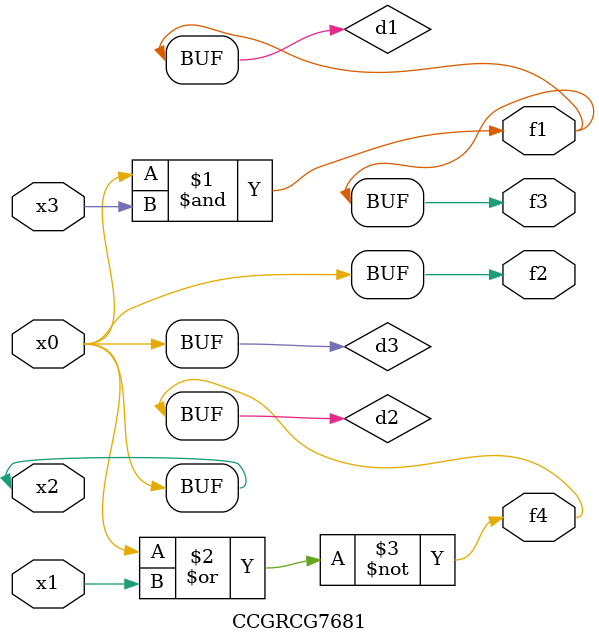
<source format=v>
module CCGRCG7681(
	input x0, x1, x2, x3,
	output f1, f2, f3, f4
);

	wire d1, d2, d3;

	and (d1, x2, x3);
	nor (d2, x0, x1);
	buf (d3, x0, x2);
	assign f1 = d1;
	assign f2 = d3;
	assign f3 = d1;
	assign f4 = d2;
endmodule

</source>
